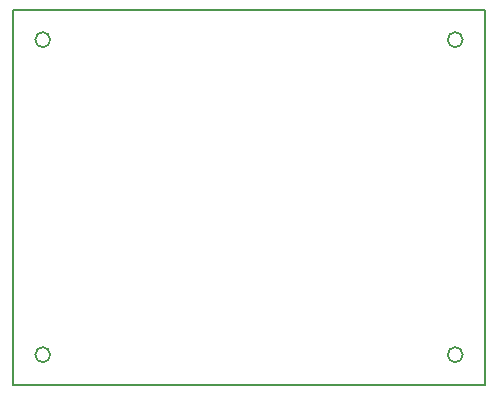
<source format=gbr>
G04 #@! TF.FileFunction,Profile,NP*
%FSLAX46Y46*%
G04 Gerber Fmt 4.6, Leading zero omitted, Abs format (unit mm)*
G04 Created by KiCad (PCBNEW 4.0.5) date 11/10/19 13:48:04*
%MOMM*%
%LPD*%
G01*
G04 APERTURE LIST*
%ADD10C,0.100000*%
%ADD11C,0.150000*%
G04 APERTURE END LIST*
D10*
D11*
X130810000Y-92710000D02*
X130175000Y-92710000D01*
X170180000Y-92710000D02*
X130810000Y-92710000D01*
X170180000Y-124460000D02*
X170180000Y-92710000D01*
X130175000Y-124460000D02*
X170180000Y-124460000D01*
X130175000Y-92710000D02*
X130175000Y-124460000D01*
X133350000Y-121920000D02*
G75*
G03X133350000Y-121920000I-635000J0D01*
G01*
X168275000Y-121920000D02*
G75*
G03X168275000Y-121920000I-635000J0D01*
G01*
X168275000Y-95250000D02*
G75*
G03X168275000Y-95250000I-635000J0D01*
G01*
X133350000Y-95250000D02*
G75*
G03X133350000Y-95250000I-635000J0D01*
G01*
M02*

</source>
